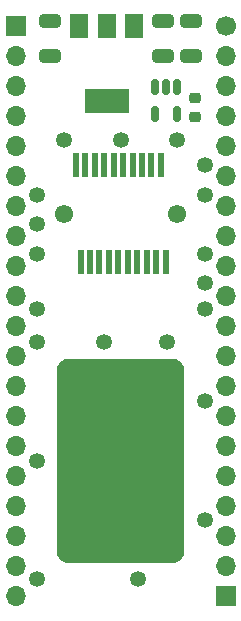
<source format=gts>
G04 #@! TF.GenerationSoftware,KiCad,Pcbnew,7.0.7*
G04 #@! TF.CreationDate,2023-09-03T23:32:02-04:00*
G04 #@! TF.ProjectId,sfp-snoop,7366702d-736e-46f6-9f70-2e6b69636164,rev?*
G04 #@! TF.SameCoordinates,Original*
G04 #@! TF.FileFunction,Soldermask,Top*
G04 #@! TF.FilePolarity,Negative*
%FSLAX46Y46*%
G04 Gerber Fmt 4.6, Leading zero omitted, Abs format (unit mm)*
G04 Created by KiCad (PCBNEW 7.0.7) date 2023-09-03 23:32:02*
%MOMM*%
%LPD*%
G01*
G04 APERTURE LIST*
G04 Aperture macros list*
%AMRoundRect*
0 Rectangle with rounded corners*
0 $1 Rounding radius*
0 $2 $3 $4 $5 $6 $7 $8 $9 X,Y pos of 4 corners*
0 Add a 4 corners polygon primitive as box body*
4,1,4,$2,$3,$4,$5,$6,$7,$8,$9,$2,$3,0*
0 Add four circle primitives for the rounded corners*
1,1,$1+$1,$2,$3*
1,1,$1+$1,$4,$5*
1,1,$1+$1,$6,$7*
1,1,$1+$1,$8,$9*
0 Add four rect primitives between the rounded corners*
20,1,$1+$1,$2,$3,$4,$5,0*
20,1,$1+$1,$4,$5,$6,$7,0*
20,1,$1+$1,$6,$7,$8,$9,0*
20,1,$1+$1,$8,$9,$2,$3,0*%
G04 Aperture macros list end*
%ADD10C,1.700000*%
%ADD11O,1.700000X1.700000*%
%ADD12R,1.700000X1.700000*%
%ADD13RoundRect,0.225000X0.250000X-0.225000X0.250000X0.225000X-0.250000X0.225000X-0.250000X-0.225000X0*%
%ADD14C,1.550000*%
%ADD15R,0.500000X2.000000*%
%ADD16C,1.350000*%
%ADD17RoundRect,0.250000X-0.650000X0.325000X-0.650000X-0.325000X0.650000X-0.325000X0.650000X0.325000X0*%
%ADD18RoundRect,0.150000X-0.150000X0.512500X-0.150000X-0.512500X0.150000X-0.512500X0.150000X0.512500X0*%
%ADD19RoundRect,0.250000X0.650000X-0.325000X0.650000X0.325000X-0.650000X0.325000X-0.650000X-0.325000X0*%
%ADD20R,1.500000X2.000000*%
%ADD21R,3.800000X2.000000*%
G04 APERTURE END LIST*
D10*
X147320000Y-63500000D03*
D11*
X147320000Y-66040000D03*
X147320000Y-68580000D03*
X147320000Y-71120000D03*
X147320000Y-73660000D03*
X147320000Y-76200000D03*
X147320000Y-78740000D03*
X147320000Y-81280000D03*
X147320000Y-83820000D03*
X147320000Y-86360000D03*
X147320000Y-88900000D03*
X147320000Y-91440000D03*
X147320000Y-93980000D03*
X147320000Y-96520000D03*
X147320000Y-99060000D03*
X147320000Y-101600000D03*
X147320000Y-104140000D03*
X147320000Y-106680000D03*
X147320000Y-109220000D03*
D12*
X147320000Y-111760000D03*
D13*
X144729200Y-71158400D03*
X144729200Y-69608400D03*
D14*
X133625000Y-79375000D03*
X143225000Y-79375000D03*
D15*
X135025000Y-83475000D03*
X135825000Y-83475000D03*
X136625000Y-83475000D03*
X137425000Y-83475000D03*
X138225000Y-83475000D03*
X139025000Y-83475000D03*
X139825000Y-83475000D03*
X140625000Y-83475000D03*
X141425000Y-83475000D03*
X142225000Y-83475000D03*
X141825000Y-75275000D03*
X141025000Y-75275000D03*
X140225000Y-75275000D03*
X139425000Y-75275000D03*
X138625000Y-75275000D03*
X137825000Y-75275000D03*
X137025000Y-75275000D03*
X136225000Y-75275000D03*
X135425000Y-75275000D03*
X134625000Y-75275000D03*
D16*
X131300000Y-110275000D03*
X139875000Y-110275000D03*
X145550000Y-105275000D03*
X131300000Y-100275000D03*
X145550000Y-95275000D03*
X131300000Y-90275000D03*
X136975000Y-90275000D03*
X142375000Y-90275000D03*
X131300000Y-87475000D03*
X145550000Y-87475000D03*
X145550000Y-85275000D03*
X131300000Y-82775000D03*
X145550000Y-82775000D03*
X131300000Y-80275000D03*
X131300000Y-77775000D03*
X145550000Y-77775000D03*
X145550000Y-75275000D03*
X133625000Y-73175000D03*
X138425000Y-73175000D03*
X143225000Y-73175000D03*
D12*
X129540000Y-63500000D03*
D11*
X129540000Y-66040000D03*
X129540000Y-68580000D03*
X129540000Y-71120000D03*
X129540000Y-73660000D03*
X129540000Y-76200000D03*
X129540000Y-78740000D03*
X129540000Y-81280000D03*
X129540000Y-83820000D03*
X129540000Y-86360000D03*
X129540000Y-88900000D03*
X129540000Y-91440000D03*
X129540000Y-93980000D03*
X129540000Y-96520000D03*
X129540000Y-99060000D03*
X129540000Y-101600000D03*
X129540000Y-104140000D03*
X129540000Y-106680000D03*
X129540000Y-109220000D03*
X129540000Y-111760000D03*
D17*
X142010000Y-63095000D03*
X142010000Y-66045000D03*
X132460000Y-63095000D03*
X132460000Y-66045000D03*
D18*
X143190000Y-68687100D03*
X142240000Y-68687100D03*
X141290000Y-68687100D03*
X141290000Y-70962100D03*
X143190000Y-70962100D03*
D19*
X144340000Y-66045000D03*
X144340000Y-63095000D03*
D20*
X139525000Y-63520000D03*
X137225000Y-63520000D03*
D21*
X137225000Y-69820000D03*
D20*
X134925000Y-63520000D03*
G36*
X142801831Y-91643499D02*
G01*
X142984855Y-91661524D01*
X143008697Y-91666266D01*
X143175921Y-91716993D01*
X143198380Y-91726296D01*
X143352487Y-91808669D01*
X143372698Y-91822174D01*
X143507779Y-91933032D01*
X143524967Y-91950220D01*
X143635825Y-92085301D01*
X143649330Y-92105512D01*
X143731703Y-92259619D01*
X143741006Y-92282078D01*
X143791733Y-92449302D01*
X143796475Y-92473143D01*
X143814501Y-92656167D01*
X143814800Y-92662248D01*
X143814800Y-107921551D01*
X143814501Y-107927632D01*
X143796475Y-108110656D01*
X143791733Y-108134497D01*
X143741006Y-108301721D01*
X143731703Y-108324180D01*
X143649330Y-108478287D01*
X143635825Y-108498498D01*
X143524967Y-108633579D01*
X143507779Y-108650767D01*
X143372698Y-108761625D01*
X143352487Y-108775130D01*
X143198380Y-108857503D01*
X143175921Y-108866806D01*
X143008697Y-108917533D01*
X142984856Y-108922275D01*
X142801832Y-108940301D01*
X142795751Y-108940600D01*
X134013449Y-108940600D01*
X134007368Y-108940301D01*
X133824343Y-108922275D01*
X133800502Y-108917533D01*
X133633278Y-108866806D01*
X133610819Y-108857503D01*
X133456712Y-108775130D01*
X133436501Y-108761625D01*
X133301420Y-108650767D01*
X133284232Y-108633579D01*
X133173374Y-108498498D01*
X133159869Y-108478287D01*
X133077496Y-108324180D01*
X133068193Y-108301721D01*
X133017466Y-108134497D01*
X133012724Y-108110655D01*
X132994699Y-107927631D01*
X132994400Y-107921551D01*
X132994400Y-92662248D01*
X132994699Y-92656168D01*
X133012724Y-92473144D01*
X133017466Y-92449302D01*
X133068193Y-92282078D01*
X133077496Y-92259619D01*
X133159869Y-92105512D01*
X133173374Y-92085301D01*
X133284232Y-91950220D01*
X133301420Y-91933032D01*
X133436501Y-91822174D01*
X133456712Y-91808669D01*
X133610819Y-91726296D01*
X133633278Y-91716993D01*
X133800502Y-91666266D01*
X133824344Y-91661524D01*
X134007369Y-91643499D01*
X134013449Y-91643200D01*
X142795751Y-91643200D01*
X142801831Y-91643499D01*
G37*
M02*

</source>
